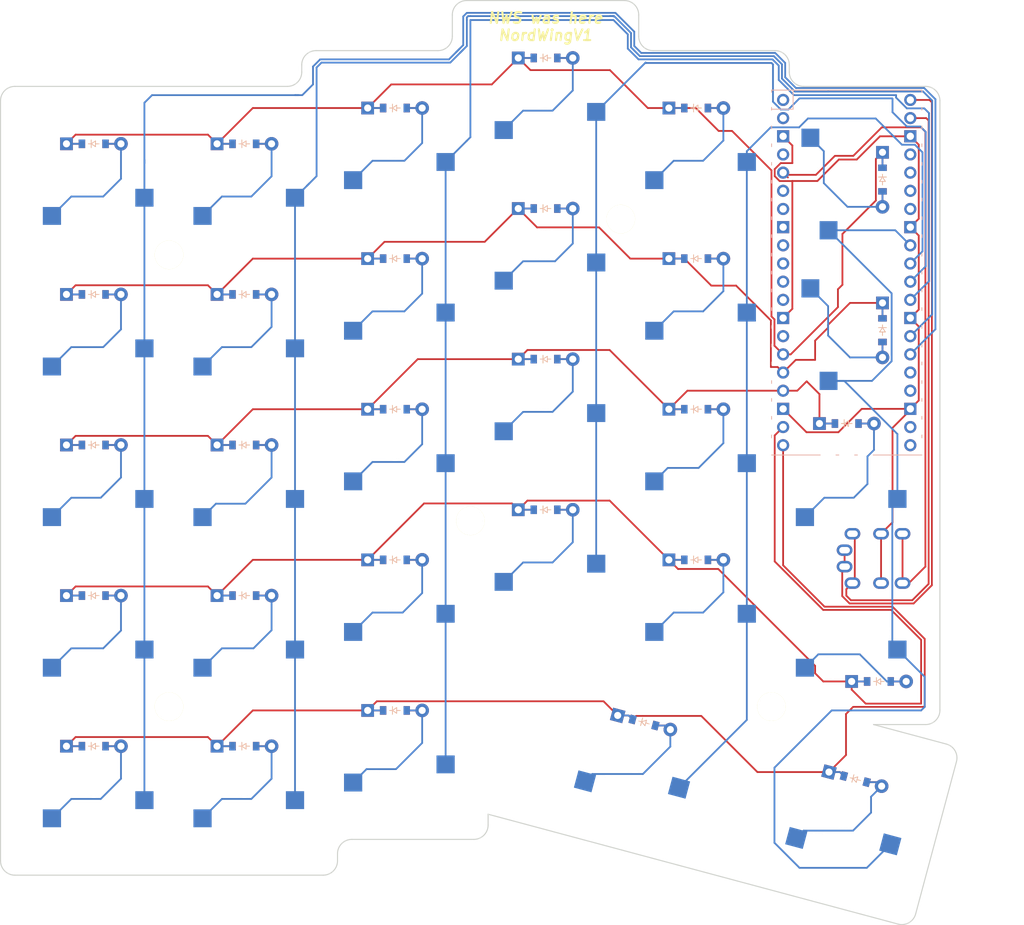
<source format=kicad_pcb>
(kicad_pcb (version 20241229) (generator "pcbnew") (generator_version "9.0")
  (title_block (title "left") (rev "v1.0.0") (company "Unknown"))
  (layers (0 "F.Cu" signal) (2 "B.Cu" signal) (13 "F.Paste" user) (15 "B.Paste" user) (5 "F.SilkS" user "F.Silkscreen") (7 "B.SilkS" user "B.Silkscreen") (1 "F.Mask" user) (3 "B.Mask" user) (25 "Edge.Cuts" user))
  (net 0 "")
  (net 1 "GP6")
  (net 2 "mirror_inner_bottom")
  (net 3 "mirror_inner_home")
  (net 4 "GP7")
  (net 5 "mirror_index_bottom")
  (net 6 "mirror_index_home")
  (net 7 "mirror_index_top")
  (net 8 "mirror_index_num")
  (net 9 "GP8")
  (net 10 "mirror_middle_bottom")
  (net 11 "mirror_middle_home")
  (net 12 "mirror_middle_top")
  (net 13 "mirror_middle_num")
  (net 14 "GP9")
  (net 15 "mirror_ring_thumb")
  (net 16 "mirror_ring_bottom")
  (net 17 "mirror_ring_home")
  (net 18 "mirror_ring_top")
  (net 19 "mirror_ring_num")
  (net 20 "GP10")
  (net 21 "mirror_pinky_thumb")
  (net 22 "mirror_pinky_bottom")
  (net 23 "mirror_pinky_home")
  (net 24 "mirror_pinky_top")
  (net 25 "mirror_pinky_num")
  (net 26 "GP11")
  (net 27 "mirror_right_thumb")
  (net 28 "mirror_right_bottom")
  (net 29 "mirror_right_home")
  (net 30 "mirror_right_top")
  (net 31 "mirror_right_num")
  (net 32 "mirror_back_space_default")
  (net 33 "mirror_enter_default")
  (net 34 "mirror_inner_top")
  (net 35 "mirror_inner_num")
  (net 36 "GP17")
  (net 37 "GP18")
  (net 38 "GP19")
  (net 39 "GP20")
  (net 40 "GP16")
  (net 41 "GP0")
  (net 42 "GP1")
  (net 43 "GND")
  (net 44 "3V3")
  (net 45 "GP2")
  (net 46 "GP3")
  (net 47 "GP4")
  (net 48 "GP5")
  (net 49 "GP12")
  (net 50 "GP13")
  (net 51 "GP14")
  (net 52 "GP15")
  (net 53 "GP21")
  (net 54 "GP22")
  (net 55 "GP26")
  (net 56 "GP27")
  (net 57 "GP28")
  (net 58 "RUN")
  (net 59 "ADC_VREF")
  (net 60 "3V3_EN")
  (net 61 "VSYS")
  (net 62 "VBUS")
  (net 63 "AGND")
  (footprint "MX" (layer "F.Cu") (at 97.35 136.85 180)
    (property "Reference" "S24" (hide yes))
    (property "Value" "" (hide yes))
  )
  (footprint "ComboDiode" (layer "F.Cu") (at 97.35 131.85)
    (property "Reference" "D22" (hide yes))
    (property "Value" "" (hide yes))
  )
  (footprint "ComboDiode" (layer "F.Cu") (at 160.5 98.8)
    (property "Reference" "D8" (hide yes))
    (property "Value" "" (hide yes))
  )
  (footprint "MX" (layer "F.Cu") (at 118.4 157.9 180)
    (property "Reference" "S18" (hide yes))
    (property "Value" "" (hide yes))
  )
  (footprint "ComboDiode" (layer "F.Cu") (at 118.4 110.8)
    (property "Reference" "D18" (hide yes))
    (property "Value" "" (hide yes))
  )
  (footprint "ComboDiode" (layer "F.Cu") (at 139.45 168.95)
    (property "Reference" "D10" (hide yes))
    (property "Value" "" (hide yes))
  )
  (footprint "ComboDiode" (layer "F.Cu") (at 174.265913 191.686979 -15)
    (property "Reference" "D25" (hide yes))
    (property "Value" "" (hide yes))
  )
  (footprint "HOLE_M2_TH" (layer "F.Cu") (at 107.875 189.475)
    (property "Reference" "")
    (property "Value" "")
  )
  (footprint "ComboDiode" (layer "F.Cu") (at 139.45 126.85)
    (property "Reference" "D12" (hide yes))
    (property "Value" "" (hide yes))
  )
  (footprint "ComboDiode" (layer "F.Cu") (at 118.4 195)
    (property "Reference" "D14" (hide yes))
    (property "Value" "" (hide yes))
  )
  (footprint "MX" (layer "F.Cu") (at 202.6 178.95 180)
    (property "Reference" "S1" (hide yes))
    (property "Value" "" (hide yes))
  )
  (footprint "ComboDiode" (layer "F.Cu") (at 160.5 140.9)
    (property "Reference" "D6" (hide yes))
    (property "Value" "" (hide yes))
  )
  (footprint "ComboDiode" (layer "F.Cu") (at 97.35 195)
    (property "Reference" "D19" (hide yes))
    (property "Value" "" (hide yes))
  )
  (footprint "ComboDiode" (layer "F.Cu") (at 118.4 152.9)
    (property "Reference" "D16" (hide yes))
    (property "Value" "" (hide yes))
  )
  (footprint "ComboDiode" (layer "F.Cu") (at 97.35 173.95)
    (property "Reference" "D20" (hide yes))
    (property "Value" "" (hide yes))
  )
  (footprint "ComboDiode" (layer "F.Cu") (at 203.799095 199.600371 -15)
    (property "Reference" "D24" (hide yes))
    (property "Value" "" (hide yes))
  )
  (footprint "MX" (layer "F.Cu") (at 160.5 124.85 180)
    (property "Reference" "S9" (hide yes))
    (property "Value" "" (hide yes))
  )
  (footprint "MX" (layer "F.Cu") (at 118.4 178.95 180)
    (property "Reference" "S17" (hide yes))
    (property "Value" "" (hide yes))
  )
  (footprint "ComboDiode" (layer "F.Cu") (at 207.1 185.95)
    (property "Reference" "D29" (hide yes))
    (property "Value" "" (hide yes))
  )
  (footprint "MX" (layer "F.Cu") (at 181.55 152.9 180)
    (property "Reference" "S4" (hide yes))
    (property "Value" "" (hide yes))
  )
  (footprint "MX" (layer "F.Cu") (at 181.55 173.95 180)
    (property "Reference" "S3" (hide yes))
    (property "Value" "" (hide yes))
  )
  (footprint "ComboDiode" (layer "F.Cu") (at 97.35 152.9)
    (property "Reference" "D21" (hide yes))
    (property "Value" "" (hide yes))
  )
  (footprint "TRRS-PJ-320A-dual" (layer "F.Cu") (at 213.6 169.9 -90)
    (property "Reference" "TRRS1")
    (property "Value" "TRRS-PJ-320A-dual")
  )
  (footprint "ComboDiode" (layer "F.Cu") (at 202.6 149.9)
    (property "Reference" "D28" (hide yes))
    (property "Value" "" (hide yes))
  )
  (footprint "ComboDiode" (layer "F.Cu") (at 181.55 126.85)
    (property "Reference" "D3" (hide yes))
    (property "Value" "" (hide yes))
  )
  (footprint "MX" (layer "F.Cu") (at 139.45 110.8 180)
    (property "Reference" "S15" (hide yes))
    (property "Value" "" (hide yes))
  )
  (footprint "MX" (layer "F.Cu") (at 139.45 195 180)
    (property "Reference" "S11" (hide yes))
    (property "Value" "" (hide yes))
  )
  (footprint "ComboDiode" (layer "F.Cu") (at 139.45 147.9)
    (property "Reference" "D11" (hide yes))
    (property "Value" "" (hide yes))
  )
  (footprint "MX" (layer "F.Cu") (at 97.35 178.95 180)
    (property "Reference" "S22" (hide yes))
    (property "Value" "" (hide yes))
  )
  (footprint "ComboDiode" (layer "F.Cu") (at 207.6 136.85 -90)
    (property "Reference" "D26" (hide yes))
    (property "Value" "" (hide yes))
  )
  (footprint "ComboDiode" (layer "F.Cu") (at 118.4 173.95)
    (property "Reference" "D15" (hide yes))
    (property "Value" "" (hide yes))
  )
  (footprint "MX" (layer "F.Cu") (at 139.45 173.95 180)
    (property "Reference" "S12" (hide yes))
    (property "Value" "" (hide yes))
  )
  (footprint "HOLE_M2_TH" (layer "F.Cu") (at 192.075 189.475)
    (property "Reference" "")
    (property "Value" "")
  )
  (footprint "ComboDiode" (layer "F.Cu") (at 139.45 105.8)
    (property "Reference" "D13" (hide yes))
    (property "Value" "" (hide yes))
  )
  (footprint "MX" (layer "F.Cu") (at 202.6 115.8 90)
    (property "Reference" "S29" (hide yes))
    (property "Value" "" (hide yes))
  )
  (footprint "MX" (layer "F.Cu") (at 97.35 200 180)
    (property "Reference" "S21" (hide yes))
    (property "Value" "" (hide yes))
  )
  (footprint "MX" (layer "F.Cu") (at 139.45 131.85 180)
    (property "Reference" "S14" (hide yes))
    (property "Value" "" (hide yes))
  )
  (footprint "MX" (layer "F.Cu") (at 118.4 200 180)
    (property "Reference" "S16" (hide yes))
    (property "Value" "" (hide yes))
  )
  (footprint "MX" (layer "F.Cu") (at 97.35 115.8 180)
    (property "Reference" "S25" (hide yes))
    (property "Value" "" (hide yes))
  )
  (footprint "MX" (layer "F.Cu") (at 160.5 145.9 180)
    (property "Reference" "S8" (hide yes))
    (property "Value" "" (hide yes))
  )
  (footprint "ComboDiode" (layer "F.Cu") (at 139.45 190)
    (property "Reference" "D9" (hide yes))
    (property "Value" "" (hide yes))
  )
  (footprint "ComboDiode" (layer "F.Cu") (at 118.4 131.85)
    (property "Reference" "D17" (hide yes))
    (property "Value" "" (hide yes))
  )
  (footprint "MX" (layer "F.Cu") (at 202.6 157.9 180)
    (property "Reference" "S2" (hide yes))
    (property "Value" "" (hide yes))
  )
  (footprint "ComboDiode" (layer "F.Cu") (at 181.55 147.9)
    (property "Reference" "D2" (hide yes))
    (property "Value" "" (hide yes))
  )
  (footprint "MX" (layer "F.Cu") (at 181.55 131.85 180)
    (property "Reference" "S5" (hide yes))
    (property "Value" "" (hide yes))
  )
  (footprint "MX" (layer "F.Cu") (at 172.971818 196.516608 165)
    (property "Reference" "S27" (hide yes))
    (property "Value" "" (hide yes))
  )
  (footprint "HOLE_M2_TH" (layer "F.Cu") (at 150 163.5)
    (property "Reference" "")
    (property "Value" "")
  )
  (footprint "MX" (layer "F.Cu") (at 97.35 157.9 180)
    (property "Reference" "S23" (hide yes))
    (property "Value" "" (hide yes))
  )
  (footprint "ComboDiode" (layer "F.Cu") (at 181.55 105.8)
    (property "Reference" "D4" (hide yes))
    (property "Value" "" (hide yes))
  )
  (footprint "MX" (layer "F.Cu") (at 118.4 136.85 180)
    (property "Reference" "S19" (hide yes))
    (property "Value" "" (hide yes))
  )
  (footprint "RPi_Pico_SMD_TH" (layer "F.Cu") (at 202.6 128.8)
    (property "Reference" "_1" (hide yes))
    (property "Value" "RPi_Pico_SMD_TH")
  )
  (footprint "ComboDiode" (layer "F.Cu") (at 207.6 115.8 -90)
    (property "Reference" "D27" (hide yes))
    (property "Value" "" (hide yes))
  )
  (footprint "MX" (layer "F.Cu") (at 181.55 110.8 180)
    (property "Reference" "S6" (hide yes))
    (property "Value" "" (hide yes))
  )
  (footprint "ComboDiode" (layer "F.Cu") (at 160.5 119.85)
    (property "Reference" "D7" (hide yes))
    (property "Value" "" (hide yes))
  )
  (footprint "MX" (layer "F.Cu") (at 202.6 136.85 90)
    (property "Reference" "S28" (hide yes))
    (property "Value" "" (hide yes))
  )
  (footprint "HOLE_M2_TH" (layer "F.Cu") (at 107.875 126.325)
    (property "Reference" "")
    (property "Value" "")
  )
  (footprint "MX" (layer "F.Cu") (at 160.5 103.8 180)
    (property "Reference" "S10" (hide yes))
    (property "Value" "" (hide yes))
  )
  (footprint "MX" (layer "F.Cu") (at 118.4 115.8 180)
    (property "Reference" "S20" (hide yes))
    (property "Value" "" (hide yes))
  )
  (footprint "ComboDiode" (layer "F.Cu") (at 160.5 161.95)
    (property "Reference" "D5" (hide yes))
    (property "Value" "" (hide yes))
  )
  (footprint "MX" (layer "F.Cu") (at 139.45 152.9 180)
    (property "Reference" "S13" (hide yes))
    (property "Value" "" (hide yes))
  )
  (footprint "MX" (layer "F.Cu") (at 160.5 166.95 180)
    (property "Reference" "S7" (hide yes))
    (property "Value" "" (hide yes))
  )
  (footprint "ComboDiode" (layer "F.Cu") (at 97.35 110.8)
    (property "Reference" "D23" (hide yes))
    (property "Value" "" (hide yes))
  )
  (footprint "ComboDiode" (layer "F.Cu") (at 181.55 168.95)
    (property "Reference" "D1" (hide yes))
    (property "Value" "" (hide yes))
  )
  (footprint "HOLE_M2_TH" (layer "F.Cu") (at 171.025 121.325)
    (property "Reference" "")
    (property "Value" "")
  )
  (footprint "MX" (layer "F.Cu") (at 202.505 204.43 165)
    (property "Reference" "S26" (hide yes))
    (property "Value" "" (hide yes))
  )
  (gr_arc (start 212.232704 218.45045) (mid 211.300852 219.664863) (end 209.783214 219.864664) (stroke (width 0.15)) (layer "Edge.Cuts"))
  (gr_arc (start 147.475 92.775) (mid 148.060786 91.360786) (end 149.475 90.775) (stroke (width 0.15)) (layer "Edge.Cuts"))
  (gr_line (start 192.575 97.775) (end 175.525 97.775) (stroke (width 0.15)) (layer "Edge.Cuts"))
  (gr_line (start 212.232704 218.45045) (end 217.939664 197.151786) (stroke (width 0.15)) (layer "Edge.Cuts"))
  (gr_line (start 86.325 102.775) (end 124.425 102.775) (stroke (width 0.15)) (layer "Edge.Cuts"))
  (gr_line (start 216.52545 194.702296) (end 206.347043 191.975) (stroke (width 0.15)) (layer "Edge.Cuts"))
  (gr_line (start 152.475 204.508974) (end 209.783214 219.864664) (stroke (width 0.15)) (layer "Edge.Cuts"))
  (gr_arc (start 196.575 102.775) (mid 195.160786 102.189214) (end 194.575 100.775) (stroke (width 0.15)) (layer "Edge.Cuts"))
  (gr_arc (start 215.625 189.975) (mid 215.039214 191.389214) (end 213.625 191.975) (stroke (width 0.15)) (layer "Edge.Cuts"))
  (gr_line (start 171.525 90.775) (end 149.475 90.775) (stroke (width 0.15)) (layer "Edge.Cuts"))
  (gr_arc (start 131.425 211.025) (mid 130.839214 212.439214) (end 129.425 213.025) (stroke (width 0.15)) (layer "Edge.Cuts"))
  (gr_line (start 215.625 189.975) (end 215.625 104.775) (stroke (width 0.15)) (layer "Edge.Cuts"))
  (gr_line (start 84.325 211.025) (end 84.325 104.775) (stroke (width 0.15)) (layer "Edge.Cuts"))
  (gr_arc (start 192.575 97.775) (mid 193.989214 98.360786) (end 194.575 99.775) (stroke (width 0.15)) (layer "Edge.Cuts"))
  (gr_line (start 126.425 99.775) (end 126.425 100.775) (stroke (width 0.15)) (layer "Edge.Cuts"))
  (gr_line (start 147.475 92.775) (end 147.475 95.775) (stroke (width 0.15)) (layer "Edge.Cuts"))
  (gr_arc (start 175.525 97.775) (mid 174.110786 97.189214) (end 173.525 95.775) (stroke (width 0.15)) (layer "Edge.Cuts"))
  (gr_arc (start 147.475 95.775) (mid 146.889214 97.189214) (end 145.475 97.775) (stroke (width 0.15)) (layer "Edge.Cuts"))
  (gr_line (start 145.475 97.775) (end 128.425 97.775) (stroke (width 0.15)) (layer "Edge.Cuts"))
  (gr_arc (start 216.52545 194.702296) (mid 217.739863 195.634148) (end 217.939664 197.151786) (stroke (width 0.15)) (layer "Edge.Cuts"))
  (gr_line (start 152.475 206.025) (end 152.475 204.508974) (stroke (width 0.15)) (layer "Edge.Cuts"))
  (gr_line (start 173.525 95.775) (end 173.525 92.775) (stroke (width 0.15)) (layer "Edge.Cuts"))
  (gr_line (start 133.425 208.025) (end 150.475 208.025) (stroke (width 0.15)) (layer "Edge.Cuts"))
  (gr_arc (start 126.425 99.775) (mid 127.010786 98.360786) (end 128.425 97.775) (stroke (width 0.15)) (layer "Edge.Cuts"))
  (gr_arc (start 84.325 104.775) (mid 84.910786 103.360786) (end 86.325 102.775) (stroke (width 0.15)) (layer "Edge.Cuts"))
  (gr_arc (start 86.325 213.025) (mid 84.910786 212.439214) (end 84.325 211.025) (stroke (width 0.15)) (layer "Edge.Cuts"))
  (gr_line (start 194.575 100.775) (end 194.575 99.775) (stroke (width 0.15)) (layer "Edge.Cuts"))
  (gr_arc (start 213.625 102.775) (mid 215.039214 103.360786) (end 215.625 104.775) (stroke (width 0.15)) (layer "Edge.Cuts"))
  (gr_arc (start 131.425 210.025) (mid 132.010786 208.610786) (end 133.425 208.025) (stroke (width 0.15)) (layer "Edge.Cuts"))
  (gr_arc (start 126.425 100.775) (mid 125.839214 102.189214) (end 124.425 102.775) (stroke (width 0.15)) (layer "Edge.Cuts"))
  (gr_line (start 131.425 211.025) (end 131.425 210.025) (stroke (width 0.15)) (layer "Edge.Cuts"))
  (gr_line (start 86.325 213.025) (end 129.425 213.025) (stroke (width 0.15)) (layer "Edge.Cuts"))
  (gr_line (start 213.625 102.775) (end 196.575 102.775) (stroke (width 0.15)) (layer "Edge.Cuts"))
  (gr_line (start 206.347043 191.975) (end 213.625 191.975) (stroke (width 0.15)) (layer "Edge.Cuts"))
  (gr_arc (start 171.525 90.775) (mid 172.939214 91.360786) (end 173.525 92.775) (stroke (width 0.15)) (layer "Edge.Cuts"))
  (gr_arc (start 152.475 206.025) (mid 151.889214 207.439214) (end 150.475 208.025) (stroke (width 0.15)) (layer "Edge.Cuts"))
  (gr_text "NWS was here\nNordWingV1" (at 160.5 96.5 0) (layer "F.SilkS") (effects (font (size 1.5 1.5) (thickness 0.3) (bold yes) (italic yes)) (justify bottom)))
  (segment (start 202.253073 143.935) (end 200.06 143.935) (width 0.25) (layer "B.Cu") (net 1))
  (segment (start 209.685 151.366927) (end 202.253073 143.935) (width 0.25) (layer "B.Cu") (net 1))
  (segment (start 192.5 198) (end 200.5 190) (width 0.25) (layer "B.Cu") (net 1))
  (segment (start 209.385 122.885) (end 211.49 124.99) (width 0.25) (layer "B.Cu") (net 1))
  (segment (start 192.5 208.5) (end 192.5 198) (width 0.25) (layer "B.Cu") (net 1))
  (segment (start 209.685 160.44) (end 209.685 151.366927) (width 0.25) (layer "B.Cu") (net 1))
  (segment (start 208.8785 131.7035) (end 200.06 122.885) (width 0.25) (layer "B.Cu") (net 1))
  (segment (start 200.5 190) (end 213 190) (width 0.25) (layer "B.Cu") (net 1))
  (segment (start 208.974 180.779) (end 208.974 161.151) (width 0.25) (layer "B.Cu") (net 1))
  (segment (start 200.06 122.885) (end 209.385 122.885) (width 0.25) (layer "B.Cu") (net 1))
  (segment (start 213.5 185.305) (end 209.685 181.49) (width 0.25) (layer "B.Cu") (net 1))
  (segment (start 213 190) (end 213.5 189.5) (width 0.25) (layer "B.Cu") (net 1))
  (segment (start 208.691184 208.717185) (end 205.408369 212) (width 0.25) (layer "B.Cu") (net 1))
  (segment (start 208.974 161.151) (end 209.685 160.44) (width 0.25) (layer "B.Cu") (net 1))
  (segment (start 200.06 143.935) (end 206.133073 143.935) (width 0.25) (layer "B.Cu") (net 1))
  (segment (start 213.5 189.5) (end 213.5 185.305) (width 0.25) (layer "B.Cu") (net 1))
  (segment (start 208.8785 141.189573) (end 208.8785 131.7035) (width 0.25) (layer "B.Cu") (net 1))
  (segment (start 209.685 181.49) (end 208.974 180.779) (width 0.25) (layer "B.Cu") (net 1))
  (segment (start 205.408369 212) (end 196 212) (width 0.25) (layer "B.Cu") (net 1))
  (segment (start 206.133073 143.935) (end 208.8785 141.189573) (width 0.25) (layer "B.Cu") (net 1))
  (segment (start 209.526 181.649) (end 209.685 181.49) (width 0.25) (layer "B.Cu") (net 1))
  (segment (start 196 212) (end 192.5 208.5) (width 0.25) (layer "B.Cu") (net 1))
  (segment (start 208.75 185.95) (end 210.91 185.95) (width 0.25) (layer "F.Cu") (net 2))
  (segment (start 208.75 185.95) (end 210.91 185.95) (width 0.25) (layer "B.Cu") (net 2))
  (segment (start 198.634 182.154) (end 204.420935 182.154) (width 0.25) (layer "B.Cu") (net 2))
  (segment (start 208.216935 185.95) (end 208.75 185.95) (width 0.25) (layer "B.Cu") (net 2))
  (segment (start 196.758 184.03) (end 198.634 182.154) (width 0.25) (layer "B.Cu") (net 2))
  (segment (start 204.420935 182.154) (end 208.216935 185.95) (width 0.25) (layer "B.Cu") (net 2))
  (segment (start 204.25 149.9) (end 206.41 149.9) (width 0.25) (layer "F.Cu") (net 3))
  (segment (start 205.5 154.5) (end 206.41 153.59) (width 0.25) (layer "B.Cu") (net 3))
  (segment (start 206.41 153.59) (end 206.41 149.9) (width 0.25) (layer "B.Cu") (net 3))
  (segment (start 196.758 162.98) (end 199.4681 160.2699) (width 0.25) (layer "B.Cu") (net 3))
  (segment (start 205.5 158.351545) (end 205.5 154.5) (width 0.25) (layer "B.Cu") (net 3))
  (segment (start 203.581645 160.2699) (end 205.5 158.351545) (width 0.25) (layer "B.Cu") (net 3))
  (segment (start 199.4681 160.2699) (end 203.581645 160.2699) (width 0.25) (layer "B.Cu") (net 3))
  (segment (start 204.25 149.9) (end 206.41 149.9) (width 0.25) (layer "B.Cu") (net 3))
  (segment (start 188.635 176.49) (end 188.635 155.44) (width 0.25) (layer "B.Cu") (net 4))
  (segment (start 206.648463 107.260463) (end 210.314 110.926) (width 0.25) (layer "B.Cu") (net 4))
  (segment (start 213.196 112) (end 213.196 125.824) (width 0.25) (layer "B.Cu") (net 4))
  (segment (start 188.635 113.34) (end 188.635 111.84) (width 0.25) (layer "B.Cu") (net 4))
  (segment (start 191.975 108.5) (end 195.944 108.5) (width 0.25) (layer "B.Cu") (net 4))
  (segment (start 195.944 108.5) (end 197.183537 107.260463) (width 0.25) (layer "B.Cu") (net 4))
  (segment (start 212.122 110.926) (end 213.196 112) (width 0.25) (layer "B.Cu") (net 4))
  (segment (start 188.635 155.44) (end 188.635 134.39) (width 0.25) (layer "B.Cu") (net 4))
  (segment (start 188.635 111.84) (end 191.975 108.5) (width 0.25) (layer "B.Cu") (net 4))
  (segment (start 213.196 125.824) (end 211.49 127.53) (width 0.25) (layer "B.Cu") (net 4))
  (segment (start 188.635 191.326795) (end 188.635 176.49) (width 0.25) (layer "B.Cu") (net 4))
  (segment (start 210.314 110.926) (end 212.122 110.926) (width 0.25) (layer "B.Cu") (net 4))
  (segment (start 197.183537 107.260463) (end 206.648463 107.260463) (width 0.25) (layer "B.Cu") (net 4))
  (segment (start 179.158002 200.803793) (end 188.635 191.326795) (width 0.25) (layer "B.Cu") (net 4))
  (segment (start 188.635 134.39) (end 188.635 113.34) (width 0.25) (layer "B.Cu") (net 4))
  (segment (start 183.2 168.95) (end 185.36 168.95) (width 0.25) (layer "F.Cu") (net 5))
  (segment (start 178.4181 176.3199) (end 182.531645 176.3199) (width 0.25) (layer "B.Cu") (net 5))
  (segment (start 183.2 168.95) (end 185.36 168.95) (width 0.25) (layer "B.Cu") (net 5))
  (segment (start 175.708 179.03) (end 178.4181 176.3199) (width 0.25) (layer "B.Cu") (net 5))
  (segment (start 182.531645 176.3199) (end 185.36 173.491545) (width 0.25) (layer "B.Cu") (net 5))
  (segment (start 185.36 173.491545) (end 185.36 168.95) (width 0.25) (layer "B.Cu") (net 5))
  (segment (start 183.2 147.9) (end 185.36 147.9) (width 0.25) (layer "F.Cu") (net 6))
  (segment (start 185.36 152.64) (end 185.36 147.9) (width 0.25) (layer "B.Cu") (net 6))
  (segment (start 183.2 147.9) (end 185.36 147.9) (width 0.25) (layer "B.Cu") (net 6))
  (segment (start 177.584 156.104) (end 181.896 156.104) (width 0.25) (layer "B.Cu") (net 6))
  (segment (start 175.708 157.98) (end 177.584 156.104) (width 0.25) (layer "B.Cu") (net 6))
  (segment (start 181.896 156.104) (end 185.36 152.64) (width 0.25) (layer "B.Cu") (net 6))
  (segment (start 183.2 126.85) (end 185.36 126.85) (width 0.25) (layer "F.Cu") (net 7))
  (segment (start 182.531645 134.2199) (end 185.36 131.391545) (width 0.25) (layer "B.Cu") (net 7))
  (segment (start 185.36 131.391545) (end 185.36 126.85) (width 0.25) (layer "B.Cu") (net 7))
  (segment (start 175.708 136.93) (end 178.4181 134.2199) (width 0.25) (layer "B.Cu") (net 7))
  (segment (start 185.36 126.85) (end 183.2 126.85) (width 0.25) (layer "B.Cu") (net 7))
  (segment (start 178.4181 134.2199) (end 182.531645 134.2199) (width 0.25) (layer "B.Cu") (net 7))
  (segment (start 183.2 105.8) (end 185.36 105.8) (width 0.25) (layer "F.Cu") (net 8))
  (segment (start 183.2 105.8) (end 185.36 105.8) (width 0.25) (layer "B.Cu") (net 8))
  (segment (start 182.531645 113.1699) (end 185.36 110.341545) (width 0.25) (layer "B.Cu") (net 8))
  (segment (start 175.708 115.88) (end 178.4181 113.1699) (width 0.25) (layer "B.Cu") (net 8))
  (segment (start 178.4181 113.1699) (end 182.531645 113.1699) (width 0.25) (layer "B.Cu") (net 8))
  (segment (start 185.36 110.341545) (end 185.36 105.8) (width 0.25) (layer "B.Cu") (net 8))
  (segment (start 212.886 108.386) (end 213.647 109.147) (width 0.25) (layer "B.Cu") (net 9))
  (segment (start 213.647 109.147) (end 213.647 127.913) (width 0.25) (layer "B.Cu") (net 9))
  (segment (start 174.474 99.451) (end 174.5 99.451) (width 0.25) (layer "B.Cu") (net 9))
  (segment (start 192.293285 104.916401) (end 193.376884 106) (width 0.25) (layer "B.Cu") (net 9))
  (segment (start 193.376884 106) (end 194.451 106) (width 0.25) (layer "B.Cu") (net 9))
  (segment (start 213.647 127.913) (end 211.49 130.07) (width 0.25) (layer "B.Cu") (net 9))
  (segment (start 209 104.5) (end 209 106.383116) (width 0.25) (layer "B.Cu") (net 9))
  (segment (start 167.585 148.44) (end 167.585 127.39) (width 0.25) (layer "B.Cu") (net 9))
  (segment (start 174.5 99.451) (end 174.549 99.5) (width 0.25) (layer "B.Cu") (net 9))
  (segment (start 209 106.383116) (end 211.002884 108.386) (width 0.25) (layer "B.Cu") (net 9))
  (segment (start 211.002884 108.386) (end 212.886 108.386) (width 0.25) (layer "B.Cu") (net 9))
  (segment (start 192.08657 99.5) (end 192.293285 99.706715) (width 0.25) (layer "B.Cu") (net 9))
  (segment (start 167.585 106.34) (end 174.474 99.451) (width 0.25) (layer "B.Cu") (net 9))
  (segment (start 194.451 106) (end 196 104.451) (width 0.25) (layer "B.Cu") (net 9))
  (segment (start 167.585 169.49) (end 167.585 148.44) (width 0.25) (layer "B.Cu") (net 9))
  (segment (start 174.549 99.5) (end 192.08657 99.5) (width 0.25) (layer "B.Cu") (net 9))
  (segment (start 196 104.451) (end 208.951 104.451) (width 0.25) (layer "B.Cu") (net 9))
  (segment (start 208.951 104.451) (end 209 104.5) (width 0.25) (layer "B.Cu") (net 9))
  (segment (start 167.585 127.39) (end 167.585 106.34) (width 0.25) (layer "B.Cu") (net 9))
  (segment (start 192.293285 99.706715) (end 192.293285 104.916401) (width 0.25) (layer "B.Cu") (net 9))
  (segment (start 162.15 161.95) (end 164.31 161.95) (width 0.25) (layer "F.Cu") (net 10))
  (segment (start 154.658 172.03) (end 157.3681 169.3199) (width 0.25) (layer "B.Cu") (net 10))
  (segment (start 162.15 161.95) (end 164.31 161.95) (width 0.25) (layer "B.Cu") (net 10))
  (segment (start 164.31 166.491545) (end 164.31 161.95) (width 0.25) (layer "B.Cu") (net 10))
  (segment (start 161.481645 169.3199) (end 164.31 166.491545) (width 0.25) (layer "B.Cu") (net 10))
  (segment (start 157.3681 169.3199) (end 161.481645 169.3199) (width 0.25) (layer "B.Cu") (net 10))
  (segment (start 162.15 140.9) (end 164.31 140.9) (width 0.25) (layer "F.Cu") (net 11))
  (segment (start 157.3681 148.2699) (end 161.481645 148.2699) (width 0.25) (layer "B.Cu") (net 11))
  (segment (start 164.31 145.441545) (end 164.31 140.9) (width 0.25) (layer "B.Cu") (net 11))
  (segment (start 161.481645 148.2699) (end 164.31 145.441545) (width 0.25) (layer "B.Cu") (net 11))
  (segment (start 162.15 140.9) (end 164.31 140.9) (width 0.25) (layer "B.Cu") (net 11))
  (segment (start 154.658 150.98) (end 157.3681 148.2699) (width 0.25) (layer "B.Cu") (net 11))
  (segment (start 162.15 119.85) (end 164.31 119.85) (width 0.25) (layer "F.Cu") (net 12))
  (segment (start 161.827035 127.2199) (end 164.31 124.736935) (width 0.25) (layer "B.Cu") (net 12))
  (segment (start 154.658 129.93) (end 157.3681 127.2199) (width 0.25) (layer "B.Cu") (net 12))
  (segment (start 164.31 124.736935) (end 164.31 119.85) (width 0.25) (layer "B.Cu") (net 12))
  (segment (start 157.3681 127.2199) (end 161.827035 127.2199) (width 0.25) (layer "B.Cu") (net 12))
  (segment (start 162.15 119.85) (end 164.31 119.85) (width 0.25) (layer "B.Cu") (net 12))
  (segment (start 162.15 98.8) (end 164.31 98.8) (width 0.25) (layer "F.Cu") (net 13))
  (segment (start 154.658 108.88) (end 157.3681 106.1699) (width 0.25) (layer "B.Cu") (net 13))
  (segment (start 157.3681 106.1699) (end 161.481645 106.1699) (width 0.25) (layer "B.Cu") (net 13))
  (segment (start 164.31 103.341545) (end 164.31 98.8) (width 0.25) (layer "B.Cu") (net 13))
  (segment (start 161.481645 106.1699) (end 164.31 103.341545) (width 0.25) (layer "B.Cu") (net 13))
  (segment (start 162.15 98.8) (end 164.31 98.8) (width 0.25) (layer "B.Cu") (net 13))
  (segment (start 172 95.5) (end 172 97.5) (width 0.25) (layer "B.Cu") (net 14))
  (segment (start 170 93.5) (end 172 95.5) (width 0.25) (layer "B.Cu") (net 14))
  (segment (start 146.535 134.39) (end 146.535 155.44) (width 0.25) (layer "B.Cu") (net 14))
  (segment (start 150 109.875) (end 150 93.5) (width 0.25) (layer "B.Cu") (net 14))
  (segment (start 214.098 106.5) (end 214.098 130.002) (width 0.25) (layer "B.Cu") (net 14))
  (segment (start 211.002884 105.846) (end 213.444 105.846) (width 0.25) (layer "B.Cu") (net 14))
  (segment (start 193.098 99.87362) (end 193.098 101.87362) (width 0.25) (layer "B.Cu") (net 14))
  (segment (start 214.098 130.002) (end 211.49 132.61) (width 0.25) (layer "B.Cu") (net 14))
  (segment (start 213.444 105.846) (end 214.098 106.5) (width 0.25) (layer "B.Cu") (net 14))
  (segment (start 146.535 113.34) (end 149.4375 110.4375) (width 0.25) (layer "B.Cu") (net 14))
  (segment (start 209.5 104.343116) (end 211.002884 105.846) (width 0.25) (layer "B.Cu") (net 14))
  (segment (start 150 93.5) (end 170 93.5) (width 0.25) (layer "B.Cu") (net 14))
  (segment (start 209.5 104) (end 209.5 104.343116) (width 0.25) (layer "B.Cu") (net 14))
  (segment (start 172 97.5) (end 173.5 99) (width 0.25) (layer "B.Cu") (net 14))
  (segment (start 146.535 176.49) (end 146.535 197.54) (width 0.25) (layer "B.Cu") (net 14))
  (segment (start 195.22438 104) (end 209.5 104) (width 0.25) (layer "B.Cu") (net 14))
  (segment (start 173.5 99) (end 192.22438 99) (width 0.25) (layer "B.Cu") (net 14))
  (segment (start 146.535 155.44) (end 146.535 176.49) (width 0.25) (layer "B.Cu") (net 14))
  (segment (start 192.22438 99) (end 193.098 99.87362) (width 0.25) (layer "B.Cu") (net 14))
  (segment (start 149.4375 110.4375) (end 150 109.875) (width 0.25) (layer "B.Cu") (net 14))
  (segment (start 193.098 101.87362) (end 195.22438 104) (width 0.25) (layer "B.Cu") (net 14))
  (segment (start 149.4375 110.4375) (end 149.5 110.375) (width 0.25) (layer "B.Cu") (net 14))
  (segment (start 146.535 113.34) (end 146.535 134.39) (width 0.25) (layer "B.Cu") (net 14))
  (segment (start 141.1 190) (end 143.26 190) (width 0.25) (layer "F.Cu") (net 15))
  (segment (start 133.608 200.08) (end 135.484 198.204) (width 0.25) (layer "B.Cu") (net 15))
  (segment (start 139.597545 198.204) (end 143.26 194.541545) (width 0.25) (layer "B.Cu") (net 15))
  (segment (start 143.26 194.541545) (end 143.26 190) (width 0.25) (layer "B.Cu") (net 15))
  (segment (start 135.484 198.204) (end 139.597545 198.204) (width 0.25) (layer "B.Cu") (net 15))
  (segment (start 141.1 190) (end 143.26 190) (width 0.25) (layer "B.Cu") (net 15))
  (segment (start 141.1 168.95) (end 143.26 168.95) (width 0.25) (layer "F.Cu") (net 16))
  (segment (start 133.608 179.03) (end 136.3181 176.3199) (width 0.25) (layer "B.Cu") (net 16))
  (segment (start 143.26 173.591545) (end 143.26 168.95) (width 0.25) (layer "B.Cu") (net 16))
  (segment (start 141.1 168.95) (end 143.26 168.95) (width 0.25) (layer "B.Cu") (net 16))
  (segment (start 136.3181 176.3199) (end 140.531645 176.3199) (width 0.25) (layer "B.Cu") (net 16))
  (segment (start 140.531645 176.3199) (end 143.26 173.591545) (width 0.25) (layer "B.Cu") (net 16))
  (segment (start 141.1 147.9) (end 143.26 147.9) (width 0.25) (layer "F.Cu") (net 17))
  (segment (start 141.1 147.9) (end 143.26 147.9) (width 0.25) (layer "B.Cu") (net 17))
  (segment (start 136.3181 155.2699) (end 140.777035 155.2699) (width 0.25) (layer "B.Cu") (net 17))
  (segment (start 143.26 152.786935) (end 143.26 147.9) (width 0.25) (layer "B.Cu") (net 17))
  (segment (start 140.777035 155.2699) (end 143.26 152.786935) (width 0.25) (layer "B.Cu") (net 17))
  (segment (start 133.608 157.98) (end 136.3181 155.2699) (width 0.25) (layer "B.Cu") (net 17))
  (segment (start 141.1 126.85) (end 143.26 126.85) (width 0.25) (layer "F.Cu") (net 18))
  (segment (start 143.26 131.736935) (end 143.26 126.85) (width 0.25) (layer "B.Cu") (net 18))
  (segment (start 140.777035 134.2199) (end 143.26 131.736935) (width 0.25) (layer "B.Cu") (net 18))
  (segment (start 133.608 136.93) (end 136.3181 134.2199) (width 0.25) (layer "B.Cu") (net 18))
  (segment (start 136.3181 134.2199) (end 140.777035 134.2199) (width 0.25) (layer "B.Cu") (net 18))
  (segment (start 141.1 126.85) (end 143.26 126.85) (width 0.25) (layer "B.Cu") (net 18))
  (segment (start 141.1 105.8) (end 143.26 105.8) (width 0.25) (layer "F.Cu") (net 19))
  (segment (start 140.777035 113.1699) (end 143.26 110.686935) (width 0.25) (layer "B.Cu") (net 19))
  (segment (start 133.608 115.88) (end 136.3181 113.1699) (width 0.25) (layer "B.Cu") (net 19))
  (segment (start 136.3181 113.1699) (end 140.777035 113.1699) (width 0.25) (layer "B.Cu") (net 19))
  (segment (start 143.26 110.686935) (end 143.26 105.8) (width 0.25) (layer "B.Cu") (net 19))
  (segment (start 141.1 105.8) (end 143.26 105.8) (width 0.25) (layer "B.Cu") (net 19))
  (segment (start 149.5 93.5) (end 149.5 93.13781) (width 0.25) (layer "B.Cu") (net 20))
  (segment (start 193.549 99.68681) (end 193.549 101.68681) (width 0.25) (layer "B.Cu") (net 20))
  (segment (start 169.951 92.951) (end 170 93) (width 0.25) (layer "B.Cu") (net 20))
  (segment (start 149.5 97.13781) (end 149.5 93.5) (width 0.25) (layer "B.Cu") (net 20))
  (segment (start 125.485 139.39) (end 125.485 118.34) (width 0.25) (layer "B.Cu") (net 20))
  (segment (start 173.68681 98.549) (end 192.41119 98.549) (width 0.25) (layer "B.Cu") (net 20))
  (segment (start 148.568905 98.068905) (end 149.5 97.13781) (width 0.25) (layer "B.Cu") (net 20))
  (segment (start 170.08881 92.951) (end 172.451 95.31319) (width 0.25) (layer "B.Cu") (net 20))
  (segment (start 172.451 95.31319) (end 172.451 97.31319) (width 0.25) (layer "B.Cu") (net 20))
  (segment (start 200 103.5) (end 200.006 103.494) (width 0.25) (layer "B.Cu") (net 20))
  (segment (start 125.485 202.54) (end 125.485 181.49) (width 0.25) (layer "B.Cu") (net 20))
  (segment (start 213.28019 103.494) (end 214.549 104.76281) (width 0.25) (layer "B.Cu") (net 20))
  (segment (start 128.5 100.13781) (end 129.18681 99.451) (width 0.25) (layer "B.Cu") (net 20))
  (segment (start 195.36219 103.5) (end 200 103.5) (width 0.25) (layer "B.Cu") (net 20))
  (segment (start 125.485 181.49) (end 125.485 160.44) (width 0.25) (layer "B.Cu") (net 20))
  (segment (start 192.41119 98.549) (end 193.549 99.68681) (width 0.25) (layer "B.Cu") (net 20))
  (segment (start 169.5 92.951) (end 169.951 92.951) (width 0.25) (layer "B.Cu") (net 20))
  (segment (start 148.568905 98.068905) (end 149 97.63781) (width 0.25) (layer "B.Cu") (net 20))
  (segment (start 127.1625 116.6625) (end 127.5 116.325) (width 0.25) (layer "B.Cu") (net 20))
  (segment (start 125.485 160.44) (end 125.485 139.39) (width 0.25) (layer "B.Cu") (net 20))
  (segment (start 128.5 115.325) (end 128.5 100.13781) (width 0.25) (layer "B.Cu") (net 20))
  (segment (start 150 92.951) (end 169.5 92.951) (width 0.25) (layer "B.Cu") (net 20))
  (segment (start 200.006 103.494) (end 213.28019 103.494) (width 0.25) (layer "B.Cu") (net 20))
  (segment (start 127.1625 116.6625) (end 128.5 115.325) (width 0.25) (layer "B.Cu") (net 20))
  (segment (start 129.18681 99.451) (end 147.18681 99.451) (width 0.25) (layer "B.Cu") (net 20))
  (segment (start 214.549 104.76281) (end 214.549 134.631) (width 0.25) (layer "B.Cu") (net 20))
  (segment (start 169.5 92.951) (end 170.08881 92.951) (width 0.25) (layer "B.Cu") (net 20))
  (segment (start 149.5 93.13781) (end 149.68681 92.951) (width 0.25) (layer "B.Cu") (net 20))
  (segment (start 125.485 118.34) (end 127.1625 116.6625) (width 0.25) (layer "B.Cu") (net 20))
  (segment (start 147.18681 99.451) (end 148.568905 98.068905) (width 0.25) (layer "B.Cu") (net 20))
  (segment (start 149.68681 92.951) (end 150 92.951) (width 0.25) (layer "B.Cu") (net 20))
  (segment (start 172.451 97.31319) (end 173.68681 98.549) (width 0.25) (layer "B.Cu") (net 20))
  (segment (start 214.549 134.631) (end 211.49 137.69) (width 0.25) (layer "B.Cu") (net 20))
  (segment (start 193.549 101.68681) (end 195.36219 103.5) (width 0.25) (layer "B.Cu") (net 20))
  (segment (start 122.21 195) (end 120.05 195) (width 0.25) (layer "F.Cu") (net 21))
  (segment (start 112.558 205.08) (end 115.2681 202.3699) (width 0.25) (layer "B.Cu") (net 21))
  (segment (start 120.05 195) (end 122.21 195) (width 0.25) (layer "B.Cu") (net 21))
  (segment (start 119.381645 202.3699) (end 122.21 199.541545) (width 0.25) (layer "B.Cu") (net 21))
  (segment (start 122.21 199.541545) (end 122.21 195) (width 0.25) (layer "B.Cu") (net 21))
  (segment (start 115.2681 202.3699) (end 119.381645 202.3699) (width 0.25) (layer "B.Cu") (net 21))
  (segment (start 122.21 173.95) (end 120.05 173.95) (width 0.25) (layer "F.Cu") (net 22))
  (segment (start 112.558 184.03) (end 115.2681 181.3199) (width 0.25) (layer "B.Cu") (net 22))
  (segment (start 119.6801 181.3199) (end 122.21 178.79) (width 0.25) (layer "B.Cu") (net 22))
  (segment (start 115.2681 181.3199) (end 119.6801 181.3199) (width 0.25) (layer "B.Cu") (net 22))
  (segment (start 122.21 178.79) (end 122.21 173.95) (width 0.25) (layer "B.Cu") (net 22))
  (segment (start 120.05 173.95) (end 122.21 173.95) (width 0.25) (layer "B.Cu") (net 22))
  (segment (start 120.05 152.9) (end 122.21 152.9) (width 0.25) (layer "F.Cu") (net 23))
  (segment (start 122.21 157.441545) (end 122.21 152.9) (width 0.25) (layer "B.Cu") (net 23))
  (segment (start 114.434 161.104) (end 118.547545 161.104) (width 0.25) (layer "B.Cu") (net 23))
  (segment (start 120.05 152.9) (end 122.21 152.9) (width 0.25) (layer "B.Cu") (net 23))
  (segment (start 112.558 162.98) (end 114.434 161.104) (width 0.25) (layer "B.Cu") (net 23))
  (segment (start 118.547545 161.104) (end 122.21 157.441545) (width 0.25) (layer "B.Cu") (net 23))
  (segment (start 120.05 131.85) (end 122.21 131.85) (width 0.25) (layer "F.Cu") (net 24))
  (segment (start 122.21 136.391545) (end 122.21 131.85) (width 0.25) (layer "B.Cu") (net 24))
  (segment (start 119.381645 139.2199) (end 122.21 136.391545) (width 0.25) (layer "B.Cu") (net 24))
  (segment (start 112.558 141.93) (end 115.2681 139.2199) (width 0.25) (layer "B.Cu") (net 24))
  (segment (start 115.2681 139.2199) (end 119.381645 139.2199) (width 0.25) (layer "B.Cu") (net 24))
  (segment (start 120.05 131.85) (end 122.21 131.85) (width 0.25) (layer "B.Cu") (net 24))
  (segment (start 120.05 110.8) (end 122.21 110.8) (width 0.25) (layer "F.Cu") (net 25))
  (segment (start 112.558 120.88) (end 115.2681 118.1699) (width 0.25) (layer "B.Cu") (net 25))
  (segment (start 115.2681 118.1699) (end 119.381645 118.1699) (width 0.25) (layer "B.Cu") (net 25))
  (segment (start 119.381645 118.1699) (end 122.21 115.341545) (width 0.25) (layer "B.Cu") (net 25))
  (segment (start 122.21 110.8) (end 120.05 110.8) (width 0.25) (layer "B.Cu") (net 25))
  (segment (start 122.21 115.341545) (end 122.21 110.8) (width 0.25) (layer "B.Cu") (net 25))
  (segment (start 172.902 95.12638) (end 172.902 97.12638) (width 0.25) (layer "B.Cu") (net 26))
  (segment (start 149 97) (end 149 93) (width 0.25) (layer "B.Cu") (net 26))
  (segment (start 128 102.5) (end 128 100) (width 0.25) (layer "B.Cu") (net 26))
  (segment (start 129 99) (end 147 99) (width 0.25) (layer "B.Cu") (net 26))
  (segment (start 194 99.5) (end 194 101.5) (width 0.25) (layer "B.Cu") (net 26))
  (segment (start 104.435 113.5) (end 104.435 105.065) (width 0.25) (layer "B.Cu") (net 26))
  (segment (start 104.435 202.54) (end 104.435 181.49) (width 0.25) (layer "B.Cu") (net 26))
  (segment (start 215 104.576) (end 215 136.72) (width 0.25) (layer "B.Cu") (net 26))
  (segment (start 104.435 105.065) (end 104.5 105) (width 0.25) (layer "B.Cu") (net 26))
  (segment (start 172.902 97.12638) (end 173.87362 98.098) (width 0.25) (layer "B.Cu") (net 26))
  (segment (start 104.435 139.39) (end 104.435 118.34) (width 0.25) (layer "B.Cu") (net 26))
  (segment (start 173.87362 98.098) (end 192.598 98.098) (width 0.25) (layer "B.Cu") (net 26))
  (segment (start 128 100) (end 129 99) (width 0.25) (layer "B.Cu") (net 26))
  (segment (start 192.598 98.098) (end 194 99.5) (width 0.25) (layer "B.Cu") (net 26))
  (segment (start 149 93) (end 149.5 92.5) (width 0.25) (layer "B.Cu") (net 26))
  (segment (start 104.435 118.34) (end 104.435 113.5) (width 0.25) (layer "B.Cu") (net 26))
  (segment (start 104.435 160.44) (end 104.435 139.39) (width 0.25) (layer "B.Cu") (net 26))
  (segment (start 147 99) (end 148 98) (width 0.25) (layer "B.Cu") (net 26))
  (segment (start 104.435 113.5) (end 104.435 113.041) (width 0.25) (layer "B.Cu") (net 26))
  (segment (start 195.5 103) (end 213.424 103) (width 0.25) (layer "B.Cu") (net 26))
  (segment (start 125.5 104) (end 126.5 104) (width 0.25) (layer "B.Cu") (net 26))
  (segment (start 125.5 104) (end 126 104) (width 0.25) (layer "B.Cu") (net 26))
  (segment (start 149.5 92.5) (end 170.27562 92.5) (width 0.25) (layer "B.Cu") (net 26))
  (segment (start 148 98) (end 149 97) (width 0.25) (layer "B.Cu") (net 26))
  (segment (start 215 136.72) (end 211.49 140.23) (width 0.25) (layer "B.Cu") (net 26))
  (segment (start 105.5 104) (end 125.5 104) (width 0.25) (layer "B.Cu") (net 26))
  (segment (start 126.5 104) (end 128 102.5) (width 0.25) (layer "B.Cu") (net 26))
  (segment (start 194 101.5) (end 195.5 103) (width 0.25) (layer "B.Cu") (net 26))
  (segment (start 104.435 181.49) (end 104.435 160.44) (width 0.25) (layer "B.Cu") (net 26))
  (segment (start 148 98) (end 148.5 97.5) (width 0.25) (layer "B.Cu") (net 26))
  (segment (start 104.5 105) (end 105.5 104) (width 0.25) (layer "B.Cu") (net 26))
  (segment (start 170.27562 92.5) (end 172.902 95.12638) (width 0.25) (layer "B.Cu") (net 26))
  (segment (start 213.424 103) (end 215 104.576) (width 0.25) (layer "B.Cu") (net 26))
  (segment (start 99 195) (end 101.16 195) (width 0.25) (layer "F.Cu") (net 27))
  (segment (start 99 195) (end 101.16 195) (width 0.25) (layer "B.Cu") (net 27))
  (segment (start 98.331645 202.3699) (end 101.16 199.541545) (width 0.25) (layer "B.Cu") (net 27))
  (segment (start 94.2181 202.3699) (end 98.331645 202.3699) (width 0.25) (layer "B.Cu") (net 27))
  (segment (start 101.16 199.541545) (end 101.16 195) (width 0.25) (layer "B.Cu") (net 27))
  (segment (start 91.508 205.08) (end 94.2181 202.3699) (width 0.25) (layer "B.Cu") (net 27))
  (segment (start 99 173.95) (end 101.16 173.95) (width 0.25) (layer "F.Cu") (net 28))
  (segment (start 99 173.95) (end 101.16 173.95) (width 0.25) (layer "B.Cu") (net 28))
  (segment (start 94.2181 181.3199) (end 98.677035 181.3199) (width 0.25) (layer "B.Cu") (net 28))
  (segment (start 98.677035 181.3199) (end 101.16 178.836935) (width 0.25) (layer "B.Cu") (net 28))
  (segment (start 101.16 178.836935) (end 101.16 173.95) (width 0.25) (layer "B.Cu") (net 28))
  (segment (start 91.508 184.03) (end 94.2181 181.3199) (width 0.25) (layer "B.Cu") (net 28))
  (segment (start 99 152.9) (end 101.16 152.9) (width 0.25) (layer "F.Cu") (net 29))
  (segment (start 101.16 157.441545) (end 101.16 152.9) (width 0.25) (layer "B.Cu") (net 29))
  (segment (start 98.331645 160.2699) (end 101.16 157.441545) (width 0.25) (layer "B.Cu") (net 29))
  (segment (start 99 152.9) (end 101.16 152.9) (width 0.25) (layer "B.Cu") (net 29))
  (segment (start 91.508 162.98) (end 94.2181 160.2699) (width 0.25) (layer "B.Cu") (net 29))
  (segment (start 94.2181 160.2699) (end 98.331645 160.2699) (width 0.25) (layer "B.Cu") (net 29))
  (segment (start 99 131.85) (end 101.16 131.85) (width 0.25) (layer "F.Cu") (net 30))
  (segment (start 91.508 141.93) (end 94.2181 139.2199) (width 0.25) (layer "B.Cu") (net 30))
  (segment (start 99 131.85) (end 101.16 131.85) (width 0.25) (layer "B.Cu") (net 30))
  (segment (start 98.677035 139.2199) (end 101.16 136.736935) (width 0.25) (layer "B.Cu") (net 30))
  (segment (start 101.16 136.736935) (end 101.16 131.85) (width 0.25) (layer "B.Cu") (net 30))
  (segment (start 94.2181 139.2199) (end 98.677035 139.2199) (width 0.25) (layer "B.Cu") (net 30))
  (segment (start 99 110.8) (end 101.16 110.8) (width 0.25) (layer "F.Cu") (net 31))
  (segment (start 101.16 110.8) (end 99 110.8) (width 0.25) (layer "B.Cu") (net 31))
  (segment (start 91.508 120.88) (end 94.2181 118.1699) (width 0.25) (layer "B.Cu") (net 31))
  (segment (start 98.677035 118.1699) (end 101.16 115.686935) (width 0.25) (layer "B.Cu") (net 31))
  (segment (start 101.16 115.686935) (end 101.16 110.8) (width 0.25) (layer "B.Cu") (net 31))
  (segment (start 94.2181 118.1699) (end 98.677035 118.1699) (width 0.25) (layer "B.Cu") (net 31))
  (segment (start 205.392873 200.027422) (end 206.920222 200.027422) (width 0.25) (layer "F.Cu") (net 32))
  (segment (start 206.920222 200.027422) (end 207.479272 200.586472) (width 0.25) (layer "F.Cu") (net 32))
  (segment (start 195.547261 207.824882) (end 196.572243 206.7999) (width 0.25) (layer "B.Cu") (net 32))
  (segment (start 206 202.065744) (end 207.479272 200.586472) (width 0.25) (layer "B.Cu") (net 32))
  (segment (start 206.920222 200.027422) (end 207.479272 200.586472) (width 0.25) (layer "B.Cu") (net 32))
  (segment (start 196.572243 206.7999) (end 203.486645 206.7999) (width 0.25) (layer "B.Cu") (net 32))
  (segment (start 206 204.286545) (end 206 202.065744) (width 0.25) (layer "B.Cu") (net 32))
  (segment (start 203.486645 206.7999) (end 206 204.286545) (width 0.25) (layer "B.Cu") (net 32))
  (segment (start 205.392873 200.027422) (end 206.920222 200.027422) (width 0.25) (layer "B.Cu") (net 32))
  (segment (start 175.859691 192.11403) (end 177.38704 192.11403) (width 0.25) (layer "F.Cu") (net 33))
  (segment (start 177.38704 192.11403) (end 177.94609 192.67308) (width 0.25) (layer "F.Cu") (net 33))
  (segment (start 175.859691 192.11403) (end 177.38704 192.11403) (width 0.25) (layer "B.Cu") (net 33))
  (segment (start 177.38704 192.11403) (end 177.94609 192.67308) (width 0.25) (layer "B.Cu") (net 33))
  (segment (start 177.94609 195.05391) (end 177.94609 192.67308) (width 0.25) (layer "B.Cu") (net 33))
  (segment (start 166.014079 199.91149) (end 167.039061 198.886508) (width 0.25) (layer "B.Cu") (net 33))
  (segment (start 174.113492 198.886508) (end 177.94609 195.05391) (width 0.25) (layer "B.Cu") (net 33))
  (segment (start 167.039061 198.886508) (end 174.113492 198.886508) (width 0.25) (layer "B.Cu") (net 33))
  (segment (start 207.6 140.66) (end 207.6 138.5) (width 0.25) (layer "F.Cu") (net 34))
  (segment (start 203.058455 140.66) (end 207.6 140.66) (width 0.25) (layer "B.Cu") (net 34))
  (segment (start 200 137.601545) (end 203.058455 140.66) (width 0.25) (layer "B.Cu") (net 34))
  (segment (start 197.52 131.008) (end 200 133.488) (width 0.25) (layer "B.Cu") (net 34))
  (segment (start 200 133.488) (end 200 137.601545) (width 0.25) (layer "B.Cu") (net 34))
  (segment (start 207.6 138.5) (end 207.6 140.66) (width 0.25) (layer "B.Cu") (net 34))
  (segment (start 207.6 119.61) (end 207.6 117.45) (width 0.25) (layer "F.Cu") (net 35))
  (segment (start 199.396 116.292935) (end 202.713065 119.61) (width 0.25) (layer "B.Cu") (net 35))
  (segment (start 197.52 109.958) (end 199.396 111.834) (width 0.25) (layer "B.Cu") (net 35))
  (segment (start 202.713065 119.61) (end 207.6 119.61) (width 0.25) (layer "B.Cu") (net 35))
  (segment (start 207.6 117.45) (end 207.6 119.61) (width 0.25) (layer "B.Cu") (net 35))
  (segment (start 199.396 111.834) (end 199.396 116.292935) (width 0.25) (layer "B.Cu") (net 35))
  (segment (start 199.326935 185.95) (end 203.29 185.95) (width 0.25) (layer "F.Cu") (net 36))
  (segment (start 156.69 161.95) (end 157.9685 160.6715) (width 0.25) (layer "F.Cu") (net 36))
  (segment (start 119.59 168.95) (end 135.64 168.95) (width 0.25) (layer "F.Cu") (net 36))
  (segment (start 156.69 161.95) (end 158.85 161.95) (width 0.25) (layer "F.Cu") (net 36))
  (segment (start 203.29 185.95) (end 205.45 185.95) (width 0.25) (layer "F.Cu") (net 36))
  (segment (start 203.29 187.089) (end 205.25 189.049) (width 0.25) (layer "F.Cu") (net 36))
  (segment (start 199.31319 175.951) (end 192.534 169.17181) (width 0.25) (layer "F.Cu") (net 36))
  (segment (start 198.184 184.807065) (end 199.326935 185.95) (width 0.25) (layer "F.Cu") (net 36))
  (segment (start 135.64 168.95) (end 143.52 161.07) (width 0.25) (layer "F.Cu") (net 36))
  (segment (start 113.3115 172.6715) (end 114.59 173.95) (width 0.25) (layer "F.Cu") (net 36))
  (segment (start 208.81319 175.951) (end 199.31319 175.951) (width 0.25) (layer "F.Cu") (net 36))
  (segment (start 94.8185 172.6715) (end 113.3115 172.6715) (width 0.25) (layer "F.Cu") (net 36))
  (segment (start 192.534 169.17181) (end 192.534 151.566) (width 0.25) (layer "F.Cu") (net 36))
  (segment (start 114.59 173.95) (end 116.75 173.95) (width 0.25) (layer "F.Cu") (net 36))
  (segment (start 177.74 168.95) (end 179.0185 170.2285) (width 0.25) (layer "F.Cu") (net 36))
  (segment (start 155.81 161.07) (end 156.69 161.95) (width 0.25) (layer "F.Cu") (net 36))
  (segment (start 143.52 161.07) (end 155.81 161.07) (width 0.25) (layer "F.Cu") (net 36))
  (segment (start 179.0185 170.2285) (end 184.643599 170.2285) (width 0.25) (layer "F.Cu") (net 36))
  (segment (start 213 189.049) (end 213 180.13781) (width 0.25) (layer "F.Cu") (net 36))
  (segment (start 177.74 168.95) (end 179.9 168.95) (width 0.25) (layer "F.Cu") (net 36))
  (segment (start 205.25 189.049) (end 213 189.049) (width 0.25) (layer "F.Cu") (net 36))
  (segment (start 192.534 151.566) (end 193.71 150.39) (width 0.25) (layer "F.Cu") (net 36))
  (segment (start 198.184 183.768901) (end 198.184 184.807065) (width 0.25) (layer "F.Cu") (net 36))
  (segment (start 135.64 168.95) (end 137.8 168.95) (width 0.25) (layer "F.Cu") (net 36))
  (segment (start 213 180.13781) (end 208.81319 175.951) (width 0.25) (layer "F.Cu") (net 36))
  (segment (start 203.29 185.95) (end 203.29 187.089) (width 0.25) (layer "F.Cu") (net 36))
  (segment (start 93.54 173.95) (end 95.7 173.95) (width 0.25) (layer "F.Cu") (net 36))
  (segment (start 184.643599 170.2285) (end 198.184 183.768901) (width 0.25) (layer "F.Cu") (net 36))
  (segment (start 114.59 173.95) (end 119.59 168.95) (width 0.25) (layer "F.Cu") (net 36))
  (segment (start 157.9685 160.6715) (end 169.4615 160.6715) (width 0.25) (layer "F.Cu") (net 36))
  (segment (start 169.4615 160.6715) (end 177.74 168.95) (width 0.25) (layer "F.Cu") (net 36))
  (segment (start 93.54 173.95) (end 94.8185 172.6715) (width 0.25) (layer "F.Cu") (net 36))
  (segment (start 177.74 168.95) (end 179.9 168.95) (width 0.25) (layer "B.Cu") (net 36))
  (segment (start 114.59 173.95) (end 116.75 173.95) (width 0.25) (layer "B.Cu") (net 36))
  (segment (start 135.64 168.95) (end 137.8 168.95) (width 0.25) (layer "B.Cu") (net 36))
  (segment (start 203.29 185.95) (end 205.45 185.95) (width 0.25) (layer "B.Cu") (net 36))
  (segment (start 156.69 161.95) (end 158.85 161.95) (width 0.25) (layer "B.Cu") (net 36))
  (segment (start 93.54 173.95) (end 95.7 173.95) (width 0.25) (layer "B.Cu") (net 36))
  (segment (start 157.9685 139.6215) (end 169.4615 139.6215) (width 0.25) (layer "F.Cu") (net 37))
  (segment (start 177.74 147.9) (end 180.33 145.31) (width 0.25) (layer "F.Cu") (net 37))
  (segment (start 198.79 145.79) (end 197 144) (width 0.25) (layer "F.Cu") (net 37))
  (segment (start 180.33 145.31) (end 193.71 145.31) (width 0.25) (layer "F.Cu") (net 37))
  (segment (start 135.64 147.9) (end 137.8 147.9) (width 0.25) (layer "F.Cu") (net 37))
  (segment (start 93.54 152.9) (end 94.8185 151.6215) (width 0.25) (layer "F.Cu") (net 37))
  (segment (start 169.4615 139.6215) (end 177.74 147.9) (width 0.25) (layer "F.Cu") (net 37))
  (segment (start 114.59 152.9) (end 119.59 147.9) (width 0.25) (layer "F.Cu") (net 37))
  (segment (start 142.64 140.9) (end 156.69 140.9) (width 0.25) (layer "F.Cu") (net 37))
  (segment (start 93.54 152.9) (end 95.7 152.9) (width 0.25) (layer "F.Cu") (net 37))
  (segment (start 195.69 145.31) (end 193.71 145.31) (width 0.25) (layer "F.Cu") (net 37))
  (segment (start 177.74 147.9) (end 179.9 147.9) (width 0.25) (layer "F.Cu") (net 37))
  (segment (start 94.8185 151.6215) (end 113.3115 151.6215) (width 0.25) (layer "F.Cu") (net 37))
  (segment (start 156.69 140.9) (end 157.9685 139.6215) (width 0.25) (layer "F.Cu") (net 37))
  (segment (start 114.59 152.9) (end 116.75 152.9) (width 0.25) (layer "F.Cu") (net 37))
  (segment (start 198.79 149.9) (end 200.95 149.9) (width 0.25) (layer "F.Cu") (net 37))
  (segment (start 119.59 147.9) (end 135.64 147.9) (width 0.25) (layer "F.Cu") (net 37))
  (segment (start 113.3115 151.6215) (end 114.59 152.9) (width 0.25) (layer "F.Cu") (net 37))
  (segment (start 156.69 140.9) (end 158.85 140.9) (width 0.25) (layer "F.Cu") (net 37))
  (segment (start 135.64 147.9) (end 142.64 140.9) (width 0.25) (layer "F.Cu") (net 37))
  (segment (start 198.79 149.9) (end 198.79 145.79) (width 0.25) (layer "F.Cu") (net 37))
  (segment (start 197 144) (end 195.69 145.31) (width 0.25) (layer "F.Cu") (net 37))
  (segment (start 198.79 149.9) (end 200.95 149.9) (width 0.25) (layer "B.Cu") (net 37))
  (segment (start 93.54 152.9) (end 95.7 152.9) (width 0.25) (layer "B.Cu") (net 37))
  (segment (start 135.64 147.9) (end 137.8 147.9) (width 0.25) (layer "B.Cu") (net 37))
  (segment (start 177.74 147.9) (end 179.9 147.9) (width 0.25) (layer "B.Cu") (net 37))
  (segment (start 156.69 140.9) (end 158.85 140.9) (width 0.25) (layer "B.Cu") (net 37))
  (segment (start 114.59 152.9) (end 116.75 152.9) (width 0.25) (layer "B.Cu") (net 37))
  (segment (start 198.184 138.316) (end 198.184 141) (width 0.25) (layer "F.Cu") (net 38))
  (segment (start 156.65 119.85) (end 156.69 119.85) (width 0.25) (layer "F.Cu") (net 38))
  (segment (start 177.74 126.85) (end 179.9 126.85) (width 0.25) (layer "F.Cu") (net 38))
  (segment (start 200 136.5) (end 198.184 138.316) (width 0.25) (layer "F.Cu") (net 38))
  (segment (start 203.058455 133.04) (end 200 136.098455) (width 0.25) (layer "F.Cu") (net 38))
  (segment (start 172.35 126.85) (end 177.74 126.85) (width 0.25) (layer "F.Cu") (net 38))
  (segment (start 207.6 133.04) (end 203.058455 133.04) (width 0.25) (layer "F.Cu") (net 38))
  (segment (start 177.74 126.85) (end 179.901545 126.85) (width 0.25) (layer "F.Cu") (net 38))
  (segment (start 152 124.5) (end 156.65 119.85) (width 0.25) (layer "F.Cu") (net 38))
  (segment (start 198.184 141) (end 195.48 141) (width 0.25) (layer "F.Cu") (net 38))
  (segment (start 192 142) (end 192.94 142) (width 0.25) (layer "F.Cu") (net 38))
  (segment (start 187.138199 130.6231) (end 192 135.484901) (width 0.25) (layer "F.Cu") (net 38))
  (segment (start 93.54 131.85) (end 95.7 131.85) (width 0.25) (layer "F.Cu") (net 38))
  (segment (start 192.94 142) (end 193.71 142.77) (width 0.25) (layer "F.Cu") (net 38))
  (segment (start 183.674645 130.6231) (end 187.138199 130.6231) (width 0.25) (layer "F.Cu") (net 38))
  (segment (start 195.48 141) (end 193.71 142.77) (width 0.25) (layer "F.Cu") (net 38))
  (segment (start 192 135.484901) (end 192 142) (width 0.25) (layer "F.Cu") (net 38))
  (segment (start 135.64 126.85) (end 137.99 124.5) (width 0.25) (layer "F.Cu") (net 38))
  (segment (start 114.59 131.85) (end 119.59 126.85) (width 0.25) (layer "F.Cu") (net 38))
  (segment (start 179.901545 126.85) (end 183.674645 130.6231) (width 0.25) (layer "F.Cu") (net 38))
  (segment (start 93.54 131.85) (end 94.8185 130.5715) (width 0.25) (layer "F.Cu") (net 38))
  (segment (start 167.9801 122.4801) (end 172.35 126.85) (width 0.25) (layer "F.Cu") (net 38))
  (segment (start 137.99 124.5) (end 152 124.5) (width 0.25) (layer "F.Cu") (net 38))
  (segment (start 156.69 119.85) (end 159.3201 122.4801) (width 0.25) (layer "F.Cu") (net 38))
  (segment (start 135.64 126.85) (end 137.8 126.85) (width 0.25) (layer "F.Cu") (net 38))
  (segment (start 200 136.098455) (end 200 136.5) (width 0.25) (layer "F.Cu") (net 38))
  (segment (start 159.3201 122.4801) (end 167.9801 122.4801) (width 0.25) (layer "F.Cu") (net 38))
  (segment (start 113.3115 130.5715) (end 114.59 131.85) (width 0.25) (layer "F.Cu") (net 38))
  (segment (start 156.69 119.85) (end 158.85 119.85) (width 0.25) (layer "F.Cu") (net 38))
  (segment (start 119.59 126.85) (end 135.64 126.85) (width 0.25) (layer "F.Cu") (net 38))
  (segment (start 114.59 131.85) (end 116.75 131.85) (width 0.25) (layer "F.Cu") (net 38))
  (segment (start 94.8185 130.5715) (end 113.3115 130.5715) (width 0.25) (layer "F.Cu") (net 38))
  (segment (start 207.6 135.2) (end 207.6 133.04) (width 0.25) (layer "F.Cu") (net 38))
  (segment (start 93.54 131.85) (end 95.7 131.85) (width 0.25) (layer "B.Cu") (net 38))
  (segment (start 156.69 119.85) (end 158.85 119.85) (width 0.25) (layer "B.Cu") (net 38))
  (segment (start 135.64 126.85) (end 137.8 126.85) (width 0.25) (layer "B.Cu") (net 38))
  (segment (start 114.59 131.85) (end 116.75 131.85) (width 0.25) (layer "B.Cu") (net 38))
  (segment (start 207.6 133.04) (end 207.6 135.2) (width 0.25) (layer "B.Cu") (net 38))
  (segment (start 179.9 126.85) (end 177.74 126.85) (width 0.25) (layer "B.Cu") (net 38))
  (segment (start 184.698 109) (end 186.565099 109) (width 0.25) (layer "F.Cu") (net 39))
  (segment (start 192.083 114.517901) (end 192.083 134.930091) (width 0.25) (layer "F.Cu") (net 39))
  (segment (start 201.3731 133.6269) (end 201.3731 131.1269) (width 0.25) (layer "F.Cu") (net 39))
  (segment (start 152.99 102.5) (end 156.69 98.8) (width 0.25) (layer "F.Cu") (net 39))
  (segment (start 206.674 118.727927) (end 206.674 112.916) (width 0.25) (layer "F.Cu") (net 39))
  (segment (start 207.6 111.99) (end 207.6 114.15) (width 0.25) (layer "F.Cu") (net 39))
  (segment (start 158.39 100.5) (end 169.5 100.5) (width 0.25) (layer "F.Cu") (net 39))
  (segment (start 177.74 105.8) (end 181.498 105.8) (width 0.25) (layer "F.Cu") (net 39))
  (segment (start 192.5 139.02) (end 193.71 140.23) (width 0.25) (layer "F.Cu") (net 39))
  (segment (start 186.565099 109) (end 192.083 114.517901) (width 0.25) (layer "F.Cu") (net 39))
  (segment (start 181.498 105.8) (end 184.698 109) (width 0.25) (layer "F.Cu") (net 39))
  (segment (start 202 130.5) (end 202 123.401927) (width 0.25) (layer "F.Cu") (net 39))
  (segment (start 201.3731 131.1269) (end 202 130.5) (width 0.25) (layer "F.Cu") (net 39))
  (segment (start 169.5 100.5) (end 174.8 105.8) (width 0.25) (layer "F.Cu") (net 39))
  (segment (start 94.8185 109.5215) (end 113.3115 109.5215) (width 0.25) (layer "F.Cu") (net 39))
  (segment (start 156.69 98.8) (end 158.39 100.5) (width 0.25) (layer "F.Cu") (net 39))
  (segment (start 193.71 140.23) (end 194.77 140.23) (width 0.25) (layer "F.Cu") (net 39))
  (segment (start 206.674 112.916) (end 207.6 111.99) (width 0.25) (layer "F.Cu") (net 39))
  (segment (start 114.59 110.8) (end 119.59 105.8) (width 0.25) (layer "F.Cu") (net 39))
  (segment (start 202 123.401927) (end 206.674 118.727927) (width 0.25) (layer "F.Cu") (net 39))
  (segment (start 113.3115 109.5215) (end 114.59 110.8) (width 0.25) (layer "F.Cu") (net 39))
  (segment (start 192.5 135.347091) (end 192.5 139.02) (width 0.25) (layer "F.Cu") (net 39))
  (segment (start 119.59 105.8) (end 135.64 105.8) (width 0.25) (layer "F.Cu") (net 39))
  (segment (start 93.54 110.8) (end 94.8185 109.5215) (width 0.25) (layer "F.Cu") (net 39))
  (segment (start 174.8 105.8) (end 177.74 105.8) (width 0.25) (layer "F.Cu") (net 39))
  (segment (start 93.54 110.8) (end 95.7 110.8) (width 0.25) (layer "F.Cu") (net 39))
  (segment (start 156.69 98.8) (end 158.85 98.8) (width 0.25) (layer "F.Cu") (net 39))
  (segment (start 194.77 140.23) (end 201.3731 133.6269) (width 0.25) (layer "F.Cu") (net 39))
  (segment (start 135.64 105.8) (end 138.94 102.5) (width 0.25) (layer "F.Cu") (net 39))
  (segment (start 138.94 102.5) (end 152.99 102.5) (width 0.25) (layer "F.Cu") (net 39))
  (segment (start 114.59 110.8) (end 116.75 110.8) (width 0.25) (layer "F.Cu") (net 39))
  (segment (start 192.083 134.930091) (end 192.5 135.347091) (width 0.25) (layer "F.Cu") (net 39))
  (segment (start 135.64 105.8) (end 137.8 105.8) (width 0.25) (layer "F.Cu") (net 39))
  (segment (start 177.74 105.8) (end 179.9 105.8) (width 0.25) (layer "F.Cu") (net 39))
  (segment (start 95.7 110.8) (end 93.54 110.8) (width 0.25) (layer "B.Cu") (net 39))
  (segment (start 135.64 105.8) (end 137.8 105.8) (width 0.25) (layer "B.Cu") (net 39))
  (segment (start 156.69 98.8) (end 158.85 98.8) (width 0.25) (layer "B.Cu") (net 39))
  (segment (start 177.74 105.8) (end 179.9 105.8) (width 0.25) (layer "B.Cu") (net 39))
  (segment (start 116.75 110.8) (end 114.59 110.8) (width 0.25) (layer "B.Cu") (net 39))
  (segment (start 207.6 111.99) (end 207.6 114.15) (width 0.25) (layer "B.Cu") (net 39))
  (segment (start 209 175.5) (end 213.5 180) (width 0.25) (layer "F.Cu") (net 40))
  (segment (start 202.5 190.5) (end 202.5 196.233188) (width 0.25) (layer "F.Cu") (net 40))
  (segment (start 182.27003 190.77003) (end 190.11427 198.61427) (width 0.25) (layer "F.Cu") (net 40))
  (segment (start 168.606358 188.7215) (end 170.585736 190.700878) (width 0.25) (layer "F.Cu") (net 40))
  (segment (start 172.113085 190.700878) (end 172.672135 191.259928) (width 0.25) (layer "F.Cu") (net 40))
  (segment (start 93.54 195) (end 94.8185 193.7215) (width 0.25) (layer "F.Cu") (net 40))
  (segment (start 190.11427 198.61427) (end 200.118918 198.61427) (width 0.25) (layer "F.Cu") (net 40))
  (segment (start 201.646267 198.61427) (end 202.205317 199.17332) (width 0.25) (layer "F.Cu") (net 40))
  (segment (start 113.3115 193.7215) (end 114.59 195) (width 0.25) (layer "F.Cu") (net 40))
  (segment (start 119.59 190) (end 135.64 190) (width 0.25) (layer "F.Cu") (net 40))
  (segment (start 136.9185 188.7215) (end 168.606358 188.7215) (width 0.25) (layer "F.Cu") (net 40))
  (segment (start 135.64 190) (end 136.9185 188.7215) (width 0.25) (layer "F.Cu") (net 40))
  (segment (start 193.71 169.71) (end 199.5 175.5) (width 0.25) (layer "F.Cu") (net 40))
  (segment (start 199.5 175.5) (end 209 175.5) (width 0.25) (layer "F.Cu") (net 40))
  (segment (start 193.71 152.93) (end 193.71 169.71) (width 0.25) (layer "F.Cu") (net 40))
  (segment (start 200.118918 198.61427) (end 201.646267 198.61427) (width 0.25) (layer "F.Cu") (net 40))
  (segment (start 173.162033 190.77003) (end 182.27003 190.77003) (width 0.25) (layer "F.Cu") (net 40))
  (segment (start 202.5 196.233188) (end 200.118918 198.61427) (width 0.25) (layer "F.Cu") (net 40))
  (segment (start 94.8185 193.7215) (end 113.3115 193.7215) (width 0.25) (layer "F.Cu") (net 40))
  (segment (start 172.672135 191.259928) (end 173.162033 190.77003) (width 0.25) (layer "F.Cu") (net 40))
  (segment (start 114.59 195) (end 119.59 190) (width 0.25) (layer "F.Cu") (net 40))
  (segment (start 114.59 195) (end 116.75 195) (width 0.25) (layer "F.Cu") (net 40))
  (segment (start 170.585736 190.700878) (end 172.113085 190.700878) (width 0.25) (layer "F.Cu") (net 40))
  (segment (start 213.5 180) (end 213.5 189.5) (width 0.25) (layer "F.Cu") (net 40))
  (segment (start 135.64 190) (end 137.8 190) (width 0.25) (layer "F.Cu") (net 40))
  (segment (start 213.5 189.5) (end 203.5 189.5) (width 0.25) (layer "F.Cu") (net 40))
  (segment (start 203.5 189.5) (end 202.5 190.5) (width 0.25) (layer "F.Cu") (net 40))
  (segment (start 93.54 195) (end 95.7 195) (width 0.25) (layer "F.Cu") (net 40))
  (segment (start 200.118918 198.61427) (end 201.646267 198.61427) (width 0.25) (layer "B.Cu") (net 40))
  (segment (start 170.585736 190.700878) (end 172.113085 190.700878) (width 0.25) (layer "B.Cu") (net 40))
  (segment (start 201.646267 198.61427) (end 202.205317 199.17332) (width 0.25) (layer "B.Cu") (net 40))
  (segment (start 93.54 195) (end 95.7 195) (width 0.25) (layer "B.Cu") (net 40))
  (segment (start 114.59 195) (end 116.75 195) (width 0.25) (layer "B.Cu") (net 40))
  (segment (start 135.64 190) (end 137.8 190) (width 0.25) (layer "B.Cu") (net 40))
  (segment (start 172.113085 190.700878) (end 172.672135 191.259928) (width 0.25) (layer "B.Cu") (net 40))
  (segment (start 202.3 169.9) (end 201.974 170.226) (width 0.25) (layer "F.Cu") (net 41))
  (segment (start 201.974 174.023) (end 203 175.049) (width 0.25) (layer "F.Cu") (net 41))
  (segment (start 203 175.049) (end 211.951 175.049) (width 0.25) (layer "F.Cu") (net 41))
  (segment (start 214.5 105) (end 214.17 104.67) (width 0.25) (layer "F.Cu") (net 41))
  (segment (start 202.3 169.9) (end 202.3 167.6) (width 0.25) (layer "F.Cu") (net 41))
  (segment (start 211.951 175.049) (end 214.5 172.5) (width 0.25) (layer "F.Cu") (net 41))
  (segment (start 214.5 172.5) (end 214.5 105) (width 0.25) (layer "F.Cu") (net 41))
  (segment (start 214.17 104.67) (end 211.49 104.67) (width 0.25) (layer "F.Cu") (net 41))
  (segment (start 201.974 170.226) (end 201.974 174.023) (width 0.25) (layer "F.Cu") (net 41))
  (segment (start 213.71 107.21) (end 211.49 107.21) (width 0.25) (layer "F.Cu") (net 42))
  (segment (start 202.544405 173.055595) (end 202.544405 173.955595) (width 0.25) (layer "F.Cu") (net 42))
  (segment (start 211.76419 174.598) (end 214.049 172.31319) (width 0.25) (layer "F.Cu") (net 42))
  (segment (start 214.049 172.31319) (end 214.049 107.549) (width 0.25) (layer "F.Cu") (net 42))
  (segment (start 203.726 165.626) (end 203.4 165.3) (width 0.25) (layer "F.Cu") (net 42))
  (segment (start 203.4 172.2) (end 203.726 171.874) (width 0.25) (layer "F.Cu") (net 42))
  (segment (start 202.544405 173.955595) (end 203.18681 174.598) (width 0.25) (layer "F.Cu") (net 42))
  (segment (start 203.726 171.874) (end 203.726 165.626) (width 0.25) (layer "F.Cu") (net 42))
  (segment (start 203.18681 174.598) (end 211.76419 174.598) (width 0.25) (layer "F.Cu") (net 42))
  (segment (start 214.049 107.549) (end 213.71 107.21) (width 0.25) (layer "F.Cu") (net 42))
  (segment (start 203.4 172.2) (end 202.544405 173.055595) (width 0.25) (layer "F.Cu") (net 42))
  (segment (start 212.666 110.926) (end 212.666 121.274) (width 0.25) (layer "F.Cu") (net 43))
  (segment (start 194.994 116.006) (end 193.222884 116.006) (width 0.25) (layer "F.Cu") (net 43))
  (segment (start 209 163.7) (end 209 150.5) (width 0.25) (layer "F.Cu") (net 43))
  (segment (start 212.666 123.626) (end 212.666 133.974) (width 0.25) (layer "F.Cu") (net 43))
  (segment (start 204 113) (end 207.25 109.75) (width 0.25) (layer "F.Cu") (net 43))
  (segment (start 212.666 146.674) (end 211.49 147.85) (width 0.25) (layer "F.Cu") (net 43))
  (segment (start 193.71 109.75) (end 193.9669 109.4931) (width 0.25) (layer "F.Cu") (net 43))
  (segment (start 211.49 148.01) (end 211.49 147.85) (width 0.25) (layer "F.Cu") (net 43))
  (segment (start 196.975 151.115) (end 201.437 151.115) (width 0.25) (layer "F.Cu") (net 43))
  (segment (start 195 111.04) (end 193.71 109.75) (width 0.25) (layer "F.Cu") (net 43))
  (segment (start 207.4 172.2) (end 207.4 165.3) (width 0.25) (layer "F.Cu") (net 43))
  (segment (start 195 116) (end 194.994 116.006) (width 0.25) (layer "F.Cu") (net 43))
  (segment (start 192.534 114.342884) (end 193.376884 113.5) (width 0.25) (layer "F.Cu") (net 43))
  (segment (start 195 116) (end 198.5 116) (width 0.25) (layer "F.Cu") (net 43))
  (segment (start 211.49 109.75) (end 212.666 110.926) (width 0.25) (layer "F.Cu") (net 43))
  (segment (start 193.71 147.85) (end 196.975 151.115) (width 0.25) (layer "F.Cu") (net 43))
  (segment (start 193.222884 116.006) (end 192.534 115.317116) (width 0.25) (layer "F.Cu") (net 43))
  (segment (start 195 113.5) (end 195 111.04) (width 0.25) (layer "F.Cu") (net 43))
  (segment (start 201.5 113) (end 204 113) (width 0.25) (layer "F.Cu") (net 43))
  (segment (start 211.2331 109.4931) (end 211.49 109.75) (width 0.25) (layer "F.Cu") (net 43))
  (segment (start 193.376884 113.5) (end 195 113.5) (width 0.25) (layer "F.Cu") (net 43))
  (segment (start 207.4 165.3) (end 209 163.7) (width 0.25) (layer "F.Cu") (net 43))
  (segment (start 192.534 115.317116) (end 192.534 114.342884) (width 0.25) (layer "F.Cu") (net 43))
  (segment (start 211.49 122.45) (end 212.666 123.626) (width 0.25) (layer "F.Cu") (net 43))
  (segment (start 212.666 136.326) (end 212.666 146.674) (width 0.25) (layer "F.Cu") (net 43))
  (segment (start 195 133.86) (end 195 116) (width 0.25) (layer "F.Cu") (net 43))
  (segment (start 212.666 121.274) (end 211.49 122.45) (width 0.25) (layer "F.Cu") (net 43))
  (segment (start 212.666 133.974) (end 211.49 135.15) (width 0.25) (layer "F.Cu") (net 43))
  (segment (start 198.5 116) (end 201.5 113) (width 0.25) (layer "F.Cu") (net 43))
  (segment (start 209 150.5) (end 211.49 148.01) (width 0.25) (layer "F.Cu") (net 43))
  (segment (start 193.71 135.15) (end 195 133.86) (width 0.25) (layer "F.Cu") (net 43))
  (segment (start 204.702 147.85) (end 211.49 147.85) (width 0.25) (layer "F.Cu") (net 43))
  (segment (start 207.25 109.75) (end 211.49 109.75) (width 0.25) (layer "F.Cu") (net 43))
  (segment (start 201.437 151.115) (end 204.702 147.85) (width 0.25) (layer "F.Cu") (net 43))
  (segment (start 211.49 135.15) (end 212.666 136.326) (width 0.25) (layer "F.Cu") (net 43))
  (segment (start 194.016 115.136) (end 193.71 114.83) (width 0.25) (layer "F.Cu") (net 44))
  (segment (start 198.297065 115.136) (end 194.016 115.136) (width 0.25) (layer "F.Cu") (net 44))
  (segment (start 207.5 108.5) (end 203.517065 112.482935) (width 0.25) (layer "F.Cu") (net 44))
  (segment (start 213.598 169.894404) (end 213.598 109.098) (width 0.25) (layer "F.Cu") (net 44))
  (segment (start 213.598 109.098) (end 213 108.5) (width 0.25) (layer "F.Cu") (net 44))
  (segment (start 211.292404 172.2) (end 213.598 169.894404) (width 0.25) (layer "F.Cu") (net 44))
  (segment (start 203.517065 112.482935) (end 200.95013 112.482935) (width 0.25) (layer "F.Cu") (net 44))
  (segment (start 200.95013 112.482935) (end 198.297065 115.136) (width 0.25) (layer "F.Cu") (net 44))
  (segment (start 213 108.5) (end 207.5 108.5) (width 0.25) (layer "F.Cu") (net 44))
  (segment (start 210.4 172.2) (end 210.4 165.3) (width 0.25) (layer "F.Cu") (net 44))
  (segment (start 210.4 172.2) (end 211.292404 172.2) (width 0.25) (layer "F.Cu") (net 44))
  (segment (start 194.38 115.5) (end 193.71 114.83) (width 0.25) (layer "F.Cu") (net 44))
)
</source>
